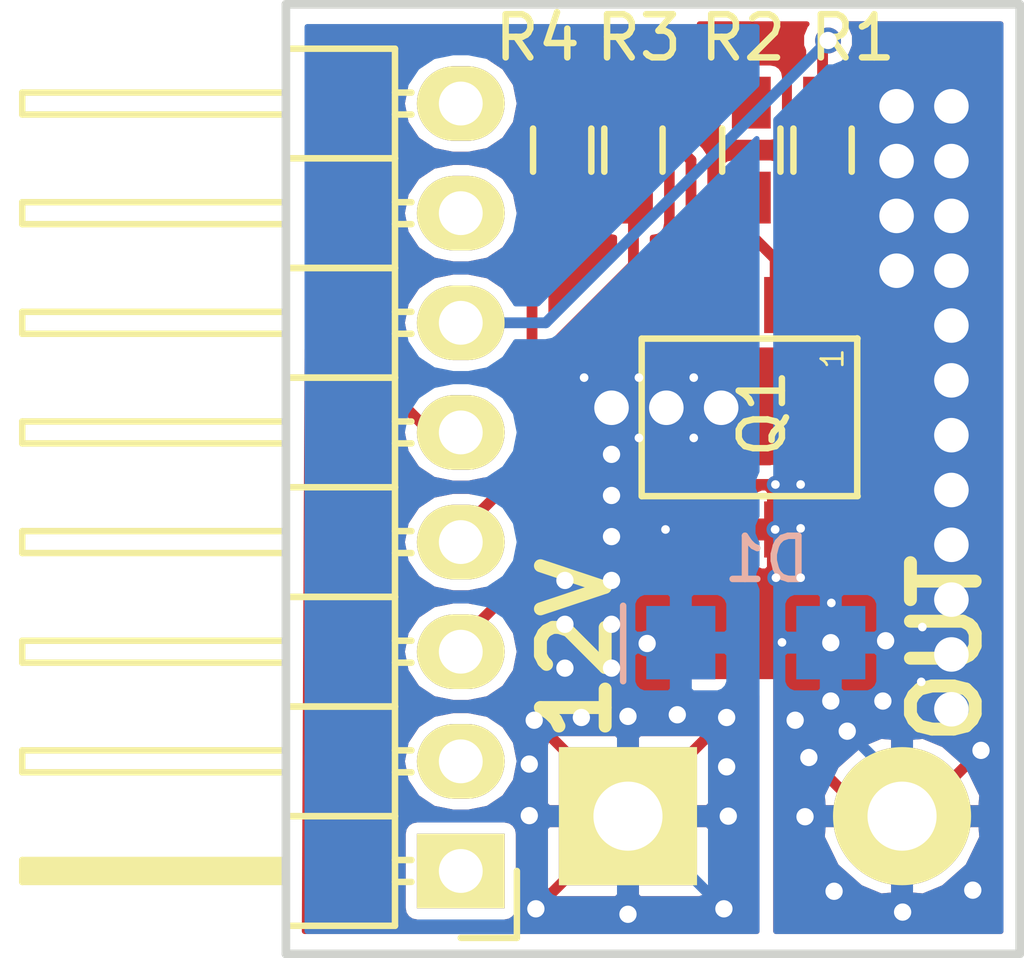
<source format=kicad_pcb>
(kicad_pcb (version 4) (host pcbnew "(2015-07-02 BZR 5871, Git 766da1e)-product")

  (general
    (links 14)
    (no_connects 0)
    (area 143.175999 97.2365 170.716334 130.769)
    (thickness 1.6)
    (drawings 6)
    (tracks 212)
    (zones 0)
    (modules 8)
    (nets 15)
  )

  (page A4)
  (layers
    (0 F.Cu signal)
    (31 B.Cu signal)
    (32 B.Adhes user)
    (33 F.Adhes user)
    (34 B.Paste user)
    (35 F.Paste user)
    (36 B.SilkS user)
    (37 F.SilkS user)
    (38 B.Mask user)
    (39 F.Mask user)
    (40 Dwgs.User user)
    (41 Cmts.User user)
    (42 Eco1.User user)
    (43 Eco2.User user)
    (44 Edge.Cuts user)
    (45 Margin user)
    (46 B.CrtYd user)
    (47 F.CrtYd user)
    (48 B.Fab user)
    (49 F.Fab user)
  )

  (setup
    (last_trace_width 0.25)
    (user_trace_width 0.3125)
    (user_trace_width 0.375)
    (user_trace_width 0.4375)
    (user_trace_width 0.5625)
    (user_trace_width 0.625)
    (user_trace_width 0.6875)
    (user_trace_width 0.75)
    (user_trace_width 0.8125)
    (user_trace_width 0.875)
    (user_trace_width 0.9375)
    (user_trace_width 1)
    (user_trace_width 1.6)
    (trace_clearance 0.2)
    (zone_clearance 0.254)
    (zone_45_only no)
    (trace_min 0.2)
    (segment_width 0.2)
    (edge_width 0.2)
    (via_size 0.6)
    (via_drill 0.4)
    (via_min_size 0.4)
    (via_min_drill 0.3)
    (user_via 0.4 0.2)
    (user_via 0.6 0.4)
    (user_via 0.8 0.6)
    (user_via 1 0.8)
    (uvia_size 0.3)
    (uvia_drill 0.1)
    (uvias_allowed no)
    (uvia_min_size 0.2)
    (uvia_min_drill 0.1)
    (pcb_text_width 0.3)
    (pcb_text_size 1.5 1.5)
    (mod_edge_width 0.15)
    (mod_text_size 1 1)
    (mod_text_width 0.15)
    (pad_size 1.5 1.5)
    (pad_drill 0.6)
    (pad_to_mask_clearance 0)
    (aux_axis_origin 0 0)
    (visible_elements 7FFFFFFF)
    (pcbplotparams
      (layerselection 0x010f0_80000001)
      (usegerberextensions true)
      (excludeedgelayer true)
      (linewidth 0.100000)
      (plotframeref false)
      (viasonmask false)
      (mode 1)
      (useauxorigin false)
      (hpglpennumber 1)
      (hpglpenspeed 20)
      (hpglpendiameter 15)
      (hpglpenoverlay 2)
      (psnegative false)
      (psa4output false)
      (plotreference true)
      (plotvalue true)
      (plotinvisibletext false)
      (padsonsilk true)
      (subtractmaskfromsilk false)
      (outputformat 1)
      (mirror false)
      (drillshape 0)
      (scaleselection 1)
      (outputdirectory Gerbers/))
  )

  (net 0 "")
  (net 1 "Net-(D1-Pad2)")
  (net 2 +12V)
  (net 3 "Net-(P1-Pad1)")
  (net 4 "Net-(P1-Pad2)")
  (net 5 GND)
  (net 6 "Net-(P1-Pad7)")
  (net 7 "Net-(Q1-Pad1)")
  (net 8 "Net-(Q1-Pad2)")
  (net 9 "Net-(Q1-Pad3)")
  (net 10 "Net-(Q1-Pad4)")
  (net 11 "Net-(P1-Pad4)")
  (net 12 "Net-(P1-Pad5)")
  (net 13 "Net-(P1-Pad8)")
  (net 14 +5V)

  (net_class Default "This is the default net class."
    (clearance 0.2)
    (trace_width 0.25)
    (via_dia 0.6)
    (via_drill 0.4)
    (uvia_dia 0.3)
    (uvia_drill 0.1)
    (add_net +12V)
    (add_net +5V)
    (add_net GND)
    (add_net "Net-(D1-Pad2)")
    (add_net "Net-(P1-Pad1)")
    (add_net "Net-(P1-Pad2)")
    (add_net "Net-(P1-Pad4)")
    (add_net "Net-(P1-Pad5)")
    (add_net "Net-(P1-Pad7)")
    (add_net "Net-(P1-Pad8)")
    (add_net "Net-(Q1-Pad1)")
    (add_net "Net-(Q1-Pad2)")
    (add_net "Net-(Q1-Pad3)")
    (add_net "Net-(Q1-Pad4)")
  )

  (module VN750PS_E_Vertical:VN750PS-E (layer F.Cu) (tedit 55A9404C) (tstamp 55A7DC0D)
    (at 160.655 109.6645 270)
    (path /55A7C4D6)
    (fp_text reference Q1 (at -0.1905 -0.381 270) (layer F.SilkS)
      (effects (font (size 1 1) (thickness 0.15)))
    )
    (fp_text value VN750PS_E (at -1.778 -3.683 270) (layer F.Fab)
      (effects (font (size 1 1) (thickness 0.15)))
    )
    (fp_text user 1 (at -1.45542 -2.0066 270) (layer F.SilkS)
      (effects (font (size 0.5 0.5) (thickness 0.0625)))
    )
    (fp_line (start -1.92532 -2.58064) (end 1.72468 -2.58064) (layer F.SilkS) (width 0.15))
    (fp_line (start 1.72974 -2.5908) (end 1.72974 2.4092) (layer F.SilkS) (width 0.15))
    (fp_line (start -1.92024 2.413) (end 1.72976 2.413) (layer F.SilkS) (width 0.15))
    (fp_line (start -1.92024 -2.58826) (end -1.92024 2.41174) (layer F.SilkS) (width 0.15))
    (pad 1 smd rect (at -2.69772 -1.9491 180) (size 0.51 1.3) (layers F.Cu F.Paste F.Mask)
      (net 7 "Net-(Q1-Pad1)"))
    (pad 2 smd rect (at -2.69772 -0.6791 180) (size 0.51 1.3) (layers F.Cu F.Paste F.Mask)
      (net 8 "Net-(Q1-Pad2)"))
    (pad 3 smd rect (at -2.69772 0.5909 180) (size 0.51 1.3) (layers F.Cu F.Paste F.Mask)
      (net 9 "Net-(Q1-Pad3)"))
    (pad 4 smd rect (at -2.69772 1.8609 180) (size 0.51 1.3) (layers F.Cu F.Paste F.Mask)
      (net 10 "Net-(Q1-Pad4)"))
    (pad 5 smd rect (at 2.50228 1.8609 180) (size 0.51 1.3) (layers F.Cu F.Paste F.Mask)
      (net 2 +12V))
    (pad 6 smd rect (at 2.50228 0.5909 180) (size 0.51 1.3) (layers F.Cu F.Paste F.Mask)
      (net 1 "Net-(D1-Pad2)"))
    (pad 7 smd rect (at 2.50228 -0.6791 180) (size 0.51 1.3) (layers F.Cu F.Paste F.Mask)
      (net 1 "Net-(D1-Pad2)"))
    (pad 8 smd rect (at 2.50228 -1.9491 180) (size 0.51 1.3) (layers F.Cu F.Paste F.Mask)
      (net 2 +12V))
  )

  (module VN750PS_E_Vertical:US1GHE3 (layer B.Cu) (tedit 55A7DD5A) (tstamp 55A7DD9E)
    (at 160.8455 114.808)
    (path /55A7C862)
    (fp_text reference D1 (at 0.28956 -1.95072) (layer B.SilkS)
      (effects (font (size 1 1) (thickness 0.15)) (justify mirror))
    )
    (fp_text value D (at 0.1524 2.37744) (layer B.Fab) hide
      (effects (font (size 1 1) (thickness 0.15)) (justify mirror))
    )
    (fp_line (start -3.03276 0.87376) (end -3.03276 -0.87376) (layer B.SilkS) (width 0.15))
    (pad 2 smd rect (at 1.778 -0.01868) (size 1.6 1.7) (layers B.Cu B.Paste B.Mask)
      (net 1 "Net-(D1-Pad2)"))
    (pad 1 smd rect (at -1.69662 -0.01868) (size 1.6 1.7) (layers B.Cu B.Paste B.Mask)
      (net 2 +12V))
  )

  (module Resistors_SMD:R_0603_HandSoldering (layer F.Cu) (tedit 55A9402F) (tstamp 55A7E046)
    (at 162.433 103.378 270)
    (descr "Resistor SMD 0603, hand soldering")
    (tags "resistor 0603")
    (path /55A7C95A)
    (attr smd)
    (fp_text reference R1 (at -2.6035 -0.6985 360) (layer F.SilkS)
      (effects (font (size 1 1) (thickness 0.15)))
    )
    (fp_text value 130 (at -4.953 -0.0635 270) (layer F.Fab) hide
      (effects (font (size 1 1) (thickness 0.15)))
    )
    (fp_line (start -2 -0.8) (end 2 -0.8) (layer F.CrtYd) (width 0.05))
    (fp_line (start -2 0.8) (end 2 0.8) (layer F.CrtYd) (width 0.05))
    (fp_line (start -2 -0.8) (end -2 0.8) (layer F.CrtYd) (width 0.05))
    (fp_line (start 2 -0.8) (end 2 0.8) (layer F.CrtYd) (width 0.05))
    (fp_line (start 0.5 0.675) (end -0.5 0.675) (layer F.SilkS) (width 0.15))
    (fp_line (start -0.5 -0.675) (end 0.5 -0.675) (layer F.SilkS) (width 0.15))
    (pad 1 smd rect (at -1.1 0 270) (size 1.2 0.9) (layers F.Cu F.Paste F.Mask)
      (net 5 GND))
    (pad 2 smd rect (at 1.1 0 270) (size 1.2 0.9) (layers F.Cu F.Paste F.Mask)
      (net 7 "Net-(Q1-Pad1)"))
    (model Resistors_SMD.3dshapes/R_0603_HandSoldering.wrl
      (at (xyz 0 0 0))
      (scale (xyz 1 1 1))
      (rotate (xyz 0 0 0))
    )
  )

  (module Resistors_SMD:R_0603_HandSoldering (layer F.Cu) (tedit 55A9402D) (tstamp 55A7E04C)
    (at 160.782 103.378 270)
    (descr "Resistor SMD 0603, hand soldering")
    (tags "resistor 0603")
    (path /55A7C9E2)
    (attr smd)
    (fp_text reference R2 (at -2.6035 0.1905 360) (layer F.SilkS)
      (effects (font (size 1 1) (thickness 0.15)))
    )
    (fp_text value 10k (at -4.8895 0.0635 270) (layer F.Fab) hide
      (effects (font (size 1 1) (thickness 0.15)))
    )
    (fp_line (start -2 -0.8) (end 2 -0.8) (layer F.CrtYd) (width 0.05))
    (fp_line (start -2 0.8) (end 2 0.8) (layer F.CrtYd) (width 0.05))
    (fp_line (start -2 -0.8) (end -2 0.8) (layer F.CrtYd) (width 0.05))
    (fp_line (start 2 -0.8) (end 2 0.8) (layer F.CrtYd) (width 0.05))
    (fp_line (start 0.5 0.675) (end -0.5 0.675) (layer F.SilkS) (width 0.15))
    (fp_line (start -0.5 -0.675) (end 0.5 -0.675) (layer F.SilkS) (width 0.15))
    (pad 1 smd rect (at -1.1 0 270) (size 1.2 0.9) (layers F.Cu F.Paste F.Mask)
      (net 12 "Net-(P1-Pad5)"))
    (pad 2 smd rect (at 1.1 0 270) (size 1.2 0.9) (layers F.Cu F.Paste F.Mask)
      (net 8 "Net-(Q1-Pad2)"))
    (model Resistors_SMD.3dshapes/R_0603_HandSoldering.wrl
      (at (xyz 0 0 0))
      (scale (xyz 1 1 1))
      (rotate (xyz 0 0 0))
    )
  )

  (module Pin_Headers:Pin_Header_Angled_1x08 (layer F.Cu) (tedit 55A80529) (tstamp 55A7E328)
    (at 154.051 120.0785 180)
    (descr "Through hole pin header")
    (tags "pin header")
    (path /55A7E2A2)
    (fp_text reference P1 (at 0 -5.1 180) (layer F.SilkS) hide
      (effects (font (size 1 1) (thickness 0.15)))
    )
    (fp_text value CONN_01X08 (at 0.254 -3.683 180) (layer F.Fab) hide
      (effects (font (size 1 1) (thickness 0.15)))
    )
    (fp_line (start -1.5 -1.75) (end -1.5 19.55) (layer F.CrtYd) (width 0.05))
    (fp_line (start 10.65 -1.75) (end 10.65 19.55) (layer F.CrtYd) (width 0.05))
    (fp_line (start -1.5 -1.75) (end 10.65 -1.75) (layer F.CrtYd) (width 0.05))
    (fp_line (start -1.5 19.55) (end 10.65 19.55) (layer F.CrtYd) (width 0.05))
    (fp_line (start -1.3 -1.55) (end -1.3 0) (layer F.SilkS) (width 0.15))
    (fp_line (start 0 -1.55) (end -1.3 -1.55) (layer F.SilkS) (width 0.15))
    (fp_line (start 4.191 -0.127) (end 10.033 -0.127) (layer F.SilkS) (width 0.15))
    (fp_line (start 10.033 -0.127) (end 10.033 0.127) (layer F.SilkS) (width 0.15))
    (fp_line (start 10.033 0.127) (end 4.191 0.127) (layer F.SilkS) (width 0.15))
    (fp_line (start 4.191 0.127) (end 4.191 0) (layer F.SilkS) (width 0.15))
    (fp_line (start 4.191 0) (end 10.033 0) (layer F.SilkS) (width 0.15))
    (fp_line (start 1.524 17.526) (end 1.143 17.526) (layer F.SilkS) (width 0.15))
    (fp_line (start 1.524 18.034) (end 1.143 18.034) (layer F.SilkS) (width 0.15))
    (fp_line (start 1.524 -0.254) (end 1.143 -0.254) (layer F.SilkS) (width 0.15))
    (fp_line (start 1.524 0.254) (end 1.143 0.254) (layer F.SilkS) (width 0.15))
    (fp_line (start 1.524 2.286) (end 1.143 2.286) (layer F.SilkS) (width 0.15))
    (fp_line (start 1.524 2.794) (end 1.143 2.794) (layer F.SilkS) (width 0.15))
    (fp_line (start 1.524 4.826) (end 1.143 4.826) (layer F.SilkS) (width 0.15))
    (fp_line (start 1.524 5.334) (end 1.143 5.334) (layer F.SilkS) (width 0.15))
    (fp_line (start 1.524 15.494) (end 1.143 15.494) (layer F.SilkS) (width 0.15))
    (fp_line (start 1.524 14.986) (end 1.143 14.986) (layer F.SilkS) (width 0.15))
    (fp_line (start 1.524 12.954) (end 1.143 12.954) (layer F.SilkS) (width 0.15))
    (fp_line (start 1.524 12.446) (end 1.143 12.446) (layer F.SilkS) (width 0.15))
    (fp_line (start 1.524 10.414) (end 1.143 10.414) (layer F.SilkS) (width 0.15))
    (fp_line (start 1.524 9.906) (end 1.143 9.906) (layer F.SilkS) (width 0.15))
    (fp_line (start 1.524 7.874) (end 1.143 7.874) (layer F.SilkS) (width 0.15))
    (fp_line (start 1.524 7.366) (end 1.143 7.366) (layer F.SilkS) (width 0.15))
    (fp_line (start 1.524 13.97) (end 4.064 13.97) (layer F.SilkS) (width 0.15))
    (fp_line (start 1.524 13.97) (end 1.524 16.51) (layer F.SilkS) (width 0.15))
    (fp_line (start 1.524 16.51) (end 4.064 16.51) (layer F.SilkS) (width 0.15))
    (fp_line (start 4.064 14.986) (end 10.16 14.986) (layer F.SilkS) (width 0.15))
    (fp_line (start 10.16 14.986) (end 10.16 15.494) (layer F.SilkS) (width 0.15))
    (fp_line (start 10.16 15.494) (end 4.064 15.494) (layer F.SilkS) (width 0.15))
    (fp_line (start 4.064 16.51) (end 4.064 13.97) (layer F.SilkS) (width 0.15))
    (fp_line (start 4.064 19.05) (end 4.064 16.51) (layer F.SilkS) (width 0.15))
    (fp_line (start 10.16 18.034) (end 4.064 18.034) (layer F.SilkS) (width 0.15))
    (fp_line (start 10.16 17.526) (end 10.16 18.034) (layer F.SilkS) (width 0.15))
    (fp_line (start 4.064 17.526) (end 10.16 17.526) (layer F.SilkS) (width 0.15))
    (fp_line (start 1.524 16.51) (end 1.524 19.05) (layer F.SilkS) (width 0.15))
    (fp_line (start 1.524 16.51) (end 4.064 16.51) (layer F.SilkS) (width 0.15))
    (fp_line (start 1.524 19.05) (end 4.064 19.05) (layer F.SilkS) (width 0.15))
    (fp_line (start 1.524 -1.27) (end 4.064 -1.27) (layer F.SilkS) (width 0.15))
    (fp_line (start 1.524 1.27) (end 4.064 1.27) (layer F.SilkS) (width 0.15))
    (fp_line (start 1.524 1.27) (end 1.524 3.81) (layer F.SilkS) (width 0.15))
    (fp_line (start 1.524 3.81) (end 4.064 3.81) (layer F.SilkS) (width 0.15))
    (fp_line (start 4.064 2.286) (end 10.16 2.286) (layer F.SilkS) (width 0.15))
    (fp_line (start 10.16 2.286) (end 10.16 2.794) (layer F.SilkS) (width 0.15))
    (fp_line (start 10.16 2.794) (end 4.064 2.794) (layer F.SilkS) (width 0.15))
    (fp_line (start 4.064 3.81) (end 4.064 1.27) (layer F.SilkS) (width 0.15))
    (fp_line (start 4.064 1.27) (end 4.064 -1.27) (layer F.SilkS) (width 0.15))
    (fp_line (start 10.16 0.254) (end 4.064 0.254) (layer F.SilkS) (width 0.15))
    (fp_line (start 10.16 -0.254) (end 10.16 0.254) (layer F.SilkS) (width 0.15))
    (fp_line (start 4.064 -0.254) (end 10.16 -0.254) (layer F.SilkS) (width 0.15))
    (fp_line (start 1.524 1.27) (end 4.064 1.27) (layer F.SilkS) (width 0.15))
    (fp_line (start 1.524 -1.27) (end 1.524 1.27) (layer F.SilkS) (width 0.15))
    (fp_line (start 1.524 8.89) (end 4.064 8.89) (layer F.SilkS) (width 0.15))
    (fp_line (start 1.524 8.89) (end 1.524 11.43) (layer F.SilkS) (width 0.15))
    (fp_line (start 1.524 11.43) (end 4.064 11.43) (layer F.SilkS) (width 0.15))
    (fp_line (start 4.064 9.906) (end 10.16 9.906) (layer F.SilkS) (width 0.15))
    (fp_line (start 10.16 9.906) (end 10.16 10.414) (layer F.SilkS) (width 0.15))
    (fp_line (start 10.16 10.414) (end 4.064 10.414) (layer F.SilkS) (width 0.15))
    (fp_line (start 4.064 11.43) (end 4.064 8.89) (layer F.SilkS) (width 0.15))
    (fp_line (start 4.064 13.97) (end 4.064 11.43) (layer F.SilkS) (width 0.15))
    (fp_line (start 10.16 12.954) (end 4.064 12.954) (layer F.SilkS) (width 0.15))
    (fp_line (start 10.16 12.446) (end 10.16 12.954) (layer F.SilkS) (width 0.15))
    (fp_line (start 4.064 12.446) (end 10.16 12.446) (layer F.SilkS) (width 0.15))
    (fp_line (start 1.524 13.97) (end 4.064 13.97) (layer F.SilkS) (width 0.15))
    (fp_line (start 1.524 11.43) (end 1.524 13.97) (layer F.SilkS) (width 0.15))
    (fp_line (start 1.524 11.43) (end 4.064 11.43) (layer F.SilkS) (width 0.15))
    (fp_line (start 1.524 6.35) (end 4.064 6.35) (layer F.SilkS) (width 0.15))
    (fp_line (start 1.524 6.35) (end 1.524 8.89) (layer F.SilkS) (width 0.15))
    (fp_line (start 1.524 8.89) (end 4.064 8.89) (layer F.SilkS) (width 0.15))
    (fp_line (start 4.064 7.366) (end 10.16 7.366) (layer F.SilkS) (width 0.15))
    (fp_line (start 10.16 7.366) (end 10.16 7.874) (layer F.SilkS) (width 0.15))
    (fp_line (start 10.16 7.874) (end 4.064 7.874) (layer F.SilkS) (width 0.15))
    (fp_line (start 4.064 8.89) (end 4.064 6.35) (layer F.SilkS) (width 0.15))
    (fp_line (start 4.064 6.35) (end 4.064 3.81) (layer F.SilkS) (width 0.15))
    (fp_line (start 10.16 5.334) (end 4.064 5.334) (layer F.SilkS) (width 0.15))
    (fp_line (start 10.16 4.826) (end 10.16 5.334) (layer F.SilkS) (width 0.15))
    (fp_line (start 4.064 4.826) (end 10.16 4.826) (layer F.SilkS) (width 0.15))
    (fp_line (start 1.524 6.35) (end 4.064 6.35) (layer F.SilkS) (width 0.15))
    (fp_line (start 1.524 3.81) (end 1.524 6.35) (layer F.SilkS) (width 0.15))
    (fp_line (start 1.524 3.81) (end 4.064 3.81) (layer F.SilkS) (width 0.15))
    (pad 1 thru_hole rect (at 0 0 180) (size 2.032 1.7272) (drill 1.016) (layers *.Cu *.Mask F.SilkS)
      (net 3 "Net-(P1-Pad1)"))
    (pad 2 thru_hole oval (at 0 2.54 180) (size 2.032 1.7272) (drill 1.016) (layers *.Cu *.Mask F.SilkS)
      (net 4 "Net-(P1-Pad2)"))
    (pad 3 thru_hole oval (at 0 5.08 180) (size 2.032 1.7272) (drill 1.016) (layers *.Cu *.Mask F.SilkS)
      (net 14 +5V))
    (pad 4 thru_hole oval (at 0 7.62 180) (size 2.032 1.7272) (drill 1.016) (layers *.Cu *.Mask F.SilkS)
      (net 11 "Net-(P1-Pad4)"))
    (pad 5 thru_hole oval (at 0 10.16 180) (size 2.032 1.7272) (drill 1.016) (layers *.Cu *.Mask F.SilkS)
      (net 12 "Net-(P1-Pad5)"))
    (pad 6 thru_hole oval (at 0 12.7 180) (size 2.032 1.7272) (drill 1.016) (layers *.Cu *.Mask F.SilkS)
      (net 5 GND))
    (pad 7 thru_hole oval (at 0 15.24 180) (size 2.032 1.7272) (drill 1.016) (layers *.Cu *.Mask F.SilkS)
      (net 6 "Net-(P1-Pad7)"))
    (pad 8 thru_hole oval (at 0 17.78 180) (size 2.032 1.7272) (drill 1.016) (layers *.Cu *.Mask F.SilkS)
      (net 13 "Net-(P1-Pad8)"))
    (model Pin_Headers.3dshapes/Pin_Header_Angled_1x08.wrl
      (at (xyz 0 -0.35 0))
      (scale (xyz 1 1 1))
      (rotate (xyz 0 0 90))
    )
  )

  (module Resistors_SMD:R_0603_HandSoldering (layer F.Cu) (tedit 55A94039) (tstamp 55A7F5AC)
    (at 156.4005 103.378 90)
    (descr "Resistor SMD 0603, hand soldering")
    (tags "resistor 0603")
    (path /55A7CA15)
    (attr smd)
    (fp_text reference R3 (at 2.6035 1.778 180) (layer F.SilkS)
      (effects (font (size 1 1) (thickness 0.15)))
    )
    (fp_text value 10k (at 5.0165 -0.1905 90) (layer F.Fab) hide
      (effects (font (size 1 1) (thickness 0.15)))
    )
    (fp_line (start -2 -0.8) (end 2 -0.8) (layer F.CrtYd) (width 0.05))
    (fp_line (start -2 0.8) (end 2 0.8) (layer F.CrtYd) (width 0.05))
    (fp_line (start -2 -0.8) (end -2 0.8) (layer F.CrtYd) (width 0.05))
    (fp_line (start 2 -0.8) (end 2 0.8) (layer F.CrtYd) (width 0.05))
    (fp_line (start 0.5 0.675) (end -0.5 0.675) (layer F.SilkS) (width 0.15))
    (fp_line (start -0.5 -0.675) (end 0.5 -0.675) (layer F.SilkS) (width 0.15))
    (pad 1 smd rect (at -1.1 0 90) (size 1.2 0.9) (layers F.Cu F.Paste F.Mask)
      (net 11 "Net-(P1-Pad4)"))
    (pad 2 smd rect (at 1.1 0 90) (size 1.2 0.9) (layers F.Cu F.Paste F.Mask)
      (net 9 "Net-(Q1-Pad3)"))
    (model Resistors_SMD.3dshapes/R_0603_HandSoldering.wrl
      (at (xyz 0 0 0))
      (scale (xyz 1 1 1))
      (rotate (xyz 0 0 0))
    )
  )

  (module Resistors_SMD:R_0603_HandSoldering (layer F.Cu) (tedit 55A94021) (tstamp 55A7F5B2)
    (at 158.0515 103.378 90)
    (descr "Resistor SMD 0603, hand soldering")
    (tags "resistor 0603")
    (path /55A7CA70)
    (attr smd)
    (fp_text reference R4 (at 2.6035 -2.2225 180) (layer F.SilkS)
      (effects (font (size 1 1) (thickness 0.15)))
    )
    (fp_text value 10k (at 5.0165 0.254 90) (layer F.Fab) hide
      (effects (font (size 1 1) (thickness 0.15)))
    )
    (fp_line (start -2 -0.8) (end 2 -0.8) (layer F.CrtYd) (width 0.05))
    (fp_line (start -2 0.8) (end 2 0.8) (layer F.CrtYd) (width 0.05))
    (fp_line (start -2 -0.8) (end -2 0.8) (layer F.CrtYd) (width 0.05))
    (fp_line (start 2 -0.8) (end 2 0.8) (layer F.CrtYd) (width 0.05))
    (fp_line (start 0.5 0.675) (end -0.5 0.675) (layer F.SilkS) (width 0.15))
    (fp_line (start -0.5 -0.675) (end 0.5 -0.675) (layer F.SilkS) (width 0.15))
    (pad 1 smd rect (at -1.1 0 90) (size 1.2 0.9) (layers F.Cu F.Paste F.Mask)
      (net 14 +5V))
    (pad 2 smd rect (at 1.1 0 90) (size 1.2 0.9) (layers F.Cu F.Paste F.Mask)
      (net 9 "Net-(Q1-Pad3)"))
    (model Resistors_SMD.3dshapes/R_0603_HandSoldering.wrl
      (at (xyz 0 0 0))
      (scale (xyz 1 1 1))
      (rotate (xyz 0 0 0))
    )
  )

  (module VN750PS_E_Vertical:Pin_Header_Straight_25x02 (layer F.Cu) (tedit 55A931A2) (tstamp 55A9325D)
    (at 157.9245 118.8085 90)
    (descr "Through hole pin header")
    (tags "pin header")
    (path /55A7CFB7)
    (fp_text reference P2 (at -10.9855 5.334 90) (layer F.SilkS) hide
      (effects (font (size 1 1) (thickness 0.15)))
    )
    (fp_text value CONN_01X02 (at -8.382 7.6835 90) (layer F.Fab) hide
      (effects (font (size 1 1) (thickness 0.15)))
    )
    (pad 1 thru_hole rect (at 0 0 90) (size 3.2 3.2) (drill 1.6) (layers *.Cu *.Mask F.SilkS)
      (net 2 +12V))
    (pad 2 thru_hole oval (at 0 6.35 90) (size 3.2 3.2) (drill 1.6) (layers *.Cu *.Mask F.SilkS)
      (net 1 "Net-(D1-Pad2)"))
    (model Pin_Headers.3dshapes/Pin_Header_Straight_1x02.wrl
      (at (xyz 0 -0.05 0))
      (scale (xyz 1 1 1))
      (rotate (xyz 0 0 90))
    )
  )

  (gr_text OUT (at 165.2905 114.935 90) (layer F.SilkS)
    (effects (font (size 1.5 1.5) (thickness 0.3)))
  )
  (gr_text 12V (at 156.718 114.935 90) (layer F.SilkS)
    (effects (font (size 1.5 1.5) (thickness 0.3)))
  )
  (gr_line (start 167 122) (end 167 100) (angle 90) (layer Edge.Cuts) (width 0.2) (tstamp 55A7DF94))
  (gr_line (start 150 122) (end 167 122) (angle 90) (layer Edge.Cuts) (width 0.2) (tstamp 55A7DF71))
  (gr_line (start 150 100) (end 167 100) (angle 90) (layer Edge.Cuts) (width 0.2))
  (gr_line (start 150 122) (end 150 100) (angle 90) (layer Edge.Cuts) (width 0.2))

  (segment (start 162.6235 116.1415) (end 162.2425 116.1415) (width 0.25) (layer F.Cu) (net 1))
  (via (at 161.798 116.586) (size 0.6) (drill 0.4) (layers F.Cu B.Cu) (net 1))
  (segment (start 162.2425 116.1415) (end 161.798 116.586) (width 0.25) (layer F.Cu) (net 1) (tstamp 55A94DDB))
  (segment (start 164.2745 118.8085) (end 164.2745 118.11) (width 0.25) (layer B.Cu) (net 1))
  (segment (start 164.2745 118.11) (end 163.0045 116.84) (width 0.25) (layer B.Cu) (net 1) (tstamp 55A94DD1))
  (via (at 163.0045 116.84) (size 0.6) (drill 0.4) (layers F.Cu B.Cu) (net 1))
  (via (at 163.83 116.1415) (size 0.6) (drill 0.4) (layers F.Cu B.Cu) (net 1))
  (segment (start 162.6235 114.78932) (end 162.6235 116.1415) (width 0.25) (layer B.Cu) (net 1))
  (via (at 162.6235 116.1415) (size 0.6) (drill 0.4) (layers F.Cu B.Cu) (net 1))
  (segment (start 163.83 116.1415) (end 162.6235 116.1415) (width 0.25) (layer F.Cu) (net 1))
  (via (at 165.4175 115.062) (size 1) (drill 0.8) (layers F.Cu B.Cu) (net 1))
  (segment (start 165.4175 115.062) (end 165.4175 113.792) (width 0.25) (layer F.Cu) (net 1))
  (via (at 165.4175 113.792) (size 1) (drill 0.8) (layers F.Cu B.Cu) (net 1))
  (via (at 165.4175 116.332) (size 1) (drill 0.8) (layers F.Cu B.Cu) (net 1))
  (segment (start 165.4175 116.332) (end 165.4175 115.062) (width 0.25) (layer F.Cu) (net 1))
  (via (at 164.719 115.697) (size 0.4) (drill 0.2) (layers F.Cu B.Cu) (net 1))
  (segment (start 165.4048 115.697) (end 164.719 115.697) (width 0.25) (layer F.Cu) (net 1) (tstamp 55A947C9))
  (segment (start 165.4175 115.6843) (end 165.4048 115.697) (width 0.25) (layer F.Cu) (net 1) (tstamp 55A947C4))
  (segment (start 165.4175 115.6843) (end 165.4175 115.062) (width 0.25) (layer F.Cu) (net 1))
  (segment (start 165.4175 113.792) (end 165.4175 114.0587) (width 0.25) (layer F.Cu) (net 1))
  (segment (start 165.4175 114.0587) (end 165.0492 114.427) (width 0.25) (layer F.Cu) (net 1) (tstamp 55A94798))
  (segment (start 165.0492 114.427) (end 164.7444 114.427) (width 0.25) (layer F.Cu) (net 1) (tstamp 55A947A5))
  (via (at 164.7444 114.427) (size 0.4) (drill 0.2) (layers F.Cu B.Cu) (net 1))
  (segment (start 162.6235 114.78932) (end 163.84868 114.78932) (width 0.25) (layer F.Cu) (net 1))
  (via (at 163.8935 114.7445) (size 0.6) (drill 0.4) (layers F.Cu B.Cu) (net 1))
  (segment (start 163.84868 114.78932) (end 163.8935 114.7445) (width 0.25) (layer F.Cu) (net 1) (tstamp 55A94D9A))
  (via (at 162.6235 114.78932) (size 0.6) (drill 0.4) (layers F.Cu B.Cu) (net 1))
  (segment (start 162.6235 114.78932) (end 162.6235 114.808) (width 0.25) (layer F.Cu) (net 1) (tstamp 55A94C2F))
  (segment (start 164.2745 118.8085) (end 164.5793 118.8085) (width 0.25) (layer F.Cu) (net 1))
  (segment (start 164.5793 118.8085) (end 166.1033 117.2845) (width 0.25) (layer F.Cu) (net 1) (tstamp 55A94B72))
  (via (at 166.1033 117.2845) (size 0.6) (drill 0.4) (layers F.Cu B.Cu) (net 1))
  (segment (start 164.2872 121.031) (end 165.4048 121.031) (width 0.25) (layer B.Cu) (net 1))
  (via (at 165.9128 120.523) (size 0.6) (drill 0.4) (layers F.Cu B.Cu) (net 1))
  (segment (start 165.4048 121.031) (end 165.9128 120.523) (width 0.25) (layer B.Cu) (net 1) (tstamp 55A94B66))
  (segment (start 164.2872 121.031) (end 163.1823 121.031) (width 0.25) (layer F.Cu) (net 1))
  (segment (start 164.2745 121.0183) (end 164.2872 121.031) (width 0.25) (layer B.Cu) (net 1) (tstamp 55A94B4C))
  (via (at 164.2872 121.031) (size 0.6) (drill 0.4) (layers F.Cu B.Cu) (net 1))
  (segment (start 164.2745 118.8085) (end 164.2745 121.0183) (width 0.25) (layer B.Cu) (net 1))
  (via (at 162.6997 120.5484) (size 0.6) (drill 0.4) (layers F.Cu B.Cu) (net 1))
  (segment (start 163.1823 121.031) (end 162.6997 120.5484) (width 0.25) (layer F.Cu) (net 1) (tstamp 55A94B5B))
  (segment (start 164.2745 118.8085) (end 163.4744 118.8085) (width 0.25) (layer F.Cu) (net 1))
  (segment (start 163.4744 118.8085) (end 162.1155 117.4496) (width 0.25) (layer F.Cu) (net 1) (tstamp 55A94B17))
  (via (at 162.0266 118.8212) (size 0.6) (drill 0.4) (layers F.Cu B.Cu) (net 1))
  (segment (start 162.0266 117.5385) (end 162.0266 118.8212) (width 0.25) (layer B.Cu) (net 1) (tstamp 55A94B29))
  (segment (start 162.1155 117.4496) (end 162.0266 117.5385) (width 0.25) (layer B.Cu) (net 1) (tstamp 55A94B28))
  (via (at 162.1155 117.4496) (size 0.6) (drill 0.4) (layers F.Cu B.Cu) (net 1))
  (segment (start 162.6235 114.78932) (end 161.49992 114.78932) (width 0.25) (layer B.Cu) (net 1))
  (via (at 161.4932 114.7826) (size 0.4) (drill 0.2) (layers F.Cu B.Cu) (net 1))
  (segment (start 161.49992 114.78932) (end 161.4932 114.7826) (width 0.25) (layer B.Cu) (net 1) (tstamp 55A949D0))
  (segment (start 162.6235 114.808) (end 162.6235 113.8809) (width 0.25) (layer F.Cu) (net 1))
  (segment (start 162.6235 113.8809) (end 162.6362 113.8682) (width 0.25) (layer F.Cu) (net 1) (tstamp 55A949C4))
  (via (at 162.6362 113.8682) (size 0.4) (drill 0.2) (layers F.Cu B.Cu) (net 1))
  (segment (start 161.3408 111.125) (end 161.925 111.125) (width 0.25) (layer F.Cu) (net 1))
  (via (at 161.925 111.125) (size 0.4) (drill 0.2) (layers F.Cu B.Cu) (net 1))
  (segment (start 161.925 111.125) (end 161.925 112.141) (width 0.25) (layer F.Cu) (net 1))
  (via (at 161.925 112.141) (size 0.4) (drill 0.2) (layers F.Cu B.Cu) (net 1))
  (via (at 161.3408 111.125) (size 0.4) (drill 0.2) (layers F.Cu B.Cu) (net 1))
  (segment (start 161.3341 112.16678) (end 161.3341 113.2646) (width 0.25) (layer F.Cu) (net 1))
  (via (at 161.3535 113.284) (size 0.4) (drill 0.2) (layers F.Cu B.Cu) (net 1))
  (segment (start 161.3341 113.2646) (end 161.3535 113.284) (width 0.25) (layer F.Cu) (net 1) (tstamp 55A94730))
  (via (at 161.925 113.284) (size 0.4) (drill 0.2) (layers F.Cu B.Cu) (net 1))
  (segment (start 161.925 113.284) (end 161.925 112.141) (width 0.25) (layer F.Cu) (net 1))
  (segment (start 161.89922 112.16678) (end 161.925 112.141) (width 0.25) (layer F.Cu) (net 1) (tstamp 55A946CC))
  (segment (start 161.89922 112.16678) (end 161.3341 112.16678) (width 0.25) (layer F.Cu) (net 1))
  (via (at 161.3341 112.16678) (size 0.4) (drill 0.2) (layers F.Cu B.Cu) (net 1))
  (segment (start 161.29 112.141) (end 161.30832 112.141) (width 0.25) (layer B.Cu) (net 1) (tstamp 55A945FA))
  (segment (start 161.30832 112.141) (end 161.3341 112.16678) (width 0.25) (layer B.Cu) (net 1) (tstamp 55A945F9))
  (segment (start 165.4175 113.792) (end 165.4175 112.522) (width 0.25) (layer F.Cu) (net 1))
  (via (at 165.4175 112.522) (size 1) (drill 0.8) (layers F.Cu B.Cu) (net 1))
  (segment (start 164.1475 102.362) (end 165.4175 102.362) (width 0.25) (layer F.Cu) (net 1))
  (via (at 165.4175 102.362) (size 1) (drill 0.8) (layers F.Cu B.Cu) (net 1))
  (via (at 165.4175 103.632) (size 1) (drill 0.8) (layers F.Cu B.Cu) (net 1))
  (segment (start 165.4175 102.362) (end 165.4175 103.632) (width 0.25) (layer F.Cu) (net 1))
  (via (at 164.1475 102.362) (size 1) (drill 0.8) (layers F.Cu B.Cu) (net 1))
  (segment (start 164.1475 103.632) (end 165.4175 103.632) (width 0.25) (layer F.Cu) (net 1))
  (segment (start 165.4175 103.632) (end 165.4175 104.902) (width 0.25) (layer F.Cu) (net 1))
  (via (at 165.4175 104.902) (size 1) (drill 0.8) (layers F.Cu B.Cu) (net 1))
  (via (at 164.1475 103.632) (size 1) (drill 0.8) (layers F.Cu B.Cu) (net 1))
  (segment (start 165.4175 104.902) (end 164.1475 104.902) (width 0.25) (layer F.Cu) (net 1))
  (via (at 164.1475 104.902) (size 1) (drill 0.8) (layers F.Cu B.Cu) (net 1))
  (segment (start 165.4175 106.172) (end 164.1475 106.172) (width 0.25) (layer F.Cu) (net 1))
  (via (at 165.4175 106.172) (size 1) (drill 0.8) (layers F.Cu B.Cu) (net 1))
  (via (at 164.1475 106.172) (size 1) (drill 0.8) (layers F.Cu B.Cu) (net 1))
  (segment (start 165.4175 106.172) (end 165.4175 107.442) (width 0.25) (layer F.Cu) (net 1))
  (via (at 165.4175 107.442) (size 1) (drill 0.8) (layers F.Cu B.Cu) (net 1))
  (segment (start 165.4175 108.712) (end 165.4175 109.982) (width 0.25) (layer F.Cu) (net 1))
  (via (at 165.4175 109.982) (size 1) (drill 0.8) (layers F.Cu B.Cu) (net 1))
  (segment (start 165.4175 111.252) (end 165.4175 112.522) (width 0.25) (layer F.Cu) (net 1))
  (segment (start 164.2745 115.5065) (end 165.4175 114.3635) (width 0.25) (layer F.Cu) (net 1) (tstamp 55A9437D))
  (segment (start 164.2745 115.5065) (end 164.2745 118.8085) (width 0.25) (layer F.Cu) (net 1))
  (segment (start 165.4175 114.3635) (end 165.4175 112.522) (width 0.25) (layer F.Cu) (net 1) (tstamp 55A94381))
  (via (at 165.4175 111.252) (size 1) (drill 0.8) (layers F.Cu B.Cu) (net 1))
  (segment (start 165.4175 109.982) (end 165.4175 111.252) (width 0.25) (layer F.Cu) (net 1))
  (via (at 165.4175 108.712) (size 1) (drill 0.8) (layers F.Cu B.Cu) (net 1))
  (segment (start 165.4175 107.442) (end 165.4175 108.712) (width 0.25) (layer F.Cu) (net 1))
  (segment (start 165.4175 104.902) (end 165.4175 106.172) (width 0.25) (layer F.Cu) (net 1))
  (segment (start 164.2745 118.8085) (end 164.211 118.8085) (width 0.25) (layer F.Cu) (net 1))
  (segment (start 155.6385 117.602) (end 155.6385 118.7958) (width 0.25) (layer B.Cu) (net 2))
  (segment (start 155.6512 118.8085) (end 155.6385 118.7958) (width 0.25) (layer B.Cu) (net 2) (tstamp 55A94BC8))
  (via (at 155.6385 118.7958) (size 0.6) (drill 0.4) (layers F.Cu B.Cu) (net 2))
  (segment (start 155.6512 118.8085) (end 157.9245 118.8085) (width 0.25) (layer B.Cu) (net 2))
  (via (at 155.6385 117.602) (size 0.6) (drill 0.4) (layers F.Cu B.Cu) (net 2))
  (segment (start 160.2486 118.8085) (end 160.2486 117.7036) (width 0.25) (layer F.Cu) (net 2))
  (segment (start 157.9245 118.8085) (end 160.2486 118.8085) (width 0.25) (layer F.Cu) (net 2))
  (via (at 160.2486 118.8085) (size 0.6) (drill 0.4) (layers F.Cu B.Cu) (net 2))
  (via (at 160.2105 117.6655) (size 0.6) (drill 0.4) (layers F.Cu B.Cu) (net 2))
  (segment (start 160.2486 117.7036) (end 160.2105 117.6655) (width 0.25) (layer F.Cu) (net 2) (tstamp 55A94DFC))
  (segment (start 157.9245 116.4971) (end 156.8704 116.4971) (width 0.25) (layer B.Cu) (net 2))
  (via (at 157.9245 116.4971) (size 0.6) (drill 0.4) (layers F.Cu B.Cu) (net 2))
  (via (at 156.845 116.5225) (size 0.6) (drill 0.4) (layers F.Cu B.Cu) (net 2))
  (segment (start 156.8704 116.4971) (end 156.845 116.5225) (width 0.25) (layer B.Cu) (net 2) (tstamp 55A94D45))
  (segment (start 157.9245 118.8085) (end 160.2105 116.5225) (width 0.25) (layer F.Cu) (net 2))
  (via (at 160.2105 116.5225) (size 0.6) (drill 0.4) (layers F.Cu B.Cu) (net 2))
  (segment (start 157.9245 116.4971) (end 159.0294 116.4971) (width 0.25) (layer B.Cu) (net 2))
  (segment (start 157.9245 118.8085) (end 157.9245 116.4971) (width 0.25) (layer B.Cu) (net 2))
  (via (at 159.0675 116.459) (size 0.6) (drill 0.4) (layers F.Cu B.Cu) (net 2))
  (segment (start 159.0294 116.4971) (end 159.0675 116.459) (width 0.25) (layer B.Cu) (net 2) (tstamp 55A94D1C))
  (segment (start 157.5435 114.3635) (end 157.9245 114.3635) (width 0.25) (layer F.Cu) (net 2))
  (segment (start 158.369 114.808) (end 158.38768 114.78932) (width 0.25) (layer B.Cu) (net 2) (tstamp 55A94D10))
  (via (at 158.369 114.808) (size 0.6) (drill 0.4) (layers F.Cu B.Cu) (net 2))
  (segment (start 157.9245 114.3635) (end 158.369 114.808) (width 0.25) (layer F.Cu) (net 2) (tstamp 55A94D0A))
  (segment (start 158.38768 114.78932) (end 159.14888 114.78932) (width 0.25) (layer B.Cu) (net 2) (tstamp 55A94D11))
  (segment (start 156.464 115.3795) (end 157.5435 115.3795) (width 0.25) (layer B.Cu) (net 2))
  (via (at 157.5435 115.3795) (size 0.6) (drill 0.4) (layers F.Cu B.Cu) (net 2))
  (segment (start 157.5435 115.3795) (end 157.5435 114.3635) (width 0.25) (layer F.Cu) (net 2))
  (via (at 156.464 115.3795) (size 0.6) (drill 0.4) (layers F.Cu B.Cu) (net 2))
  (segment (start 156.464 113.3475) (end 156.464 114.3635) (width 0.25) (layer F.Cu) (net 2))
  (via (at 156.464 114.3635) (size 0.6) (drill 0.4) (layers F.Cu B.Cu) (net 2))
  (segment (start 156.464 114.3635) (end 157.5435 114.3635) (width 0.25) (layer F.Cu) (net 2))
  (via (at 156.464 113.3475) (size 0.6) (drill 0.4) (layers F.Cu B.Cu) (net 2))
  (segment (start 157.5435 113.3475) (end 157.5435 114.3635) (width 0.25) (layer B.Cu) (net 2))
  (via (at 157.5435 114.3635) (size 0.6) (drill 0.4) (layers F.Cu B.Cu) (net 2))
  (segment (start 157.9245 118.8085) (end 157.9245 118.8212) (width 0.25) (layer F.Cu) (net 2))
  (segment (start 157.9245 118.8212) (end 155.7909 120.9548) (width 0.25) (layer F.Cu) (net 2) (tstamp 55A94C07))
  (via (at 155.7909 120.9548) (size 0.6) (drill 0.4) (layers F.Cu B.Cu) (net 2))
  (segment (start 157.9245 118.8085) (end 158.0007 118.8085) (width 0.25) (layer B.Cu) (net 2))
  (segment (start 158.0007 118.8085) (end 160.147 120.9548) (width 0.25) (layer B.Cu) (net 2) (tstamp 55A94BFA))
  (via (at 160.147 120.9548) (size 0.6) (drill 0.4) (layers F.Cu B.Cu) (net 2))
  (segment (start 157.9245 118.8085) (end 157.9245 118.7577) (width 0.25) (layer F.Cu) (net 2))
  (segment (start 157.9245 118.7577) (end 155.7528 116.586) (width 0.25) (layer F.Cu) (net 2) (tstamp 55A94BF2))
  (via (at 155.7528 116.586) (size 0.6) (drill 0.4) (layers F.Cu B.Cu) (net 2))
  (segment (start 157.9245 118.8085) (end 157.9245 121.0818) (width 0.25) (layer F.Cu) (net 2))
  (segment (start 157.9245 121.0818) (end 157.9245 121.0945) (width 0.25) (layer B.Cu) (net 2) (tstamp 55A94BE0))
  (via (at 157.9245 121.0818) (size 0.6) (drill 0.4) (layers F.Cu B.Cu) (net 2))
  (segment (start 158.1785 108.6485) (end 158.1785 110.0455) (width 0.25) (layer F.Cu) (net 2))
  (via (at 158.1785 108.6485) (size 0.4) (drill 0.2) (layers F.Cu B.Cu) (net 2))
  (via (at 158.1785 110.0455) (size 0.4) (drill 0.2) (layers F.Cu B.Cu) (net 2))
  (segment (start 156.9085 108.6485) (end 158.1785 108.6485) (width 0.25) (layer F.Cu) (net 2))
  (segment (start 158.1785 109.347) (end 158.1785 108.6485) (width 0.25) (layer F.Cu) (net 2) (tstamp 55A94667))
  (via (at 158.8135 109.347) (size 1) (drill 0.8) (layers F.Cu B.Cu) (net 2))
  (segment (start 158.1785 109.347) (end 158.8135 109.347) (width 0.25) (layer F.Cu) (net 2))
  (via (at 156.9085 108.6485) (size 0.4) (drill 0.2) (layers F.Cu B.Cu) (net 2))
  (segment (start 159.4485 108.6485) (end 159.4485 110.0455) (width 0.25) (layer F.Cu) (net 2))
  (segment (start 159.4485 109.347) (end 159.4485 110.0455) (width 0.25) (layer F.Cu) (net 2) (tstamp 55A94646))
  (via (at 159.4485 110.0455) (size 0.4) (drill 0.2) (layers F.Cu B.Cu) (net 2))
  (segment (start 160.0835 109.347) (end 158.8135 109.347) (width 0.25) (layer F.Cu) (net 2))
  (via (at 160.0835 109.347) (size 1) (drill 0.8) (layers F.Cu B.Cu) (net 2))
  (segment (start 160.0835 109.347) (end 159.4485 109.347) (width 0.25) (layer F.Cu) (net 2))
  (via (at 159.4485 108.6485) (size 0.4) (drill 0.2) (layers F.Cu B.Cu) (net 2))
  (via (at 158.7941 112.16678) (size 0.4) (drill 0.2) (layers F.Cu B.Cu) (net 2))
  (segment (start 158.7941 109.3664) (end 158.7941 112.16678) (width 0.25) (layer F.Cu) (net 2))
  (segment (start 158.8135 109.347) (end 158.7941 109.3664) (width 0.25) (layer F.Cu) (net 2) (tstamp 55A942CA))
  (segment (start 158.8135 112.14738) (end 158.8135 112.141) (width 0.25) (layer B.Cu) (net 2) (tstamp 55A945D5))
  (segment (start 158.7941 112.16678) (end 158.8135 112.14738) (width 0.25) (layer B.Cu) (net 2) (tstamp 55A945D4))
  (segment (start 157.5435 112.3315) (end 157.5435 113.3475) (width 0.25) (layer B.Cu) (net 2))
  (via (at 157.5435 112.3315) (size 0.6) (drill 0.4) (layers F.Cu B.Cu) (net 2))
  (via (at 157.5435 111.379) (size 0.6) (drill 0.4) (layers F.Cu B.Cu) (net 2))
  (segment (start 156.591 115.443) (end 156.591 113.919) (width 0.25) (layer F.Cu) (net 2))
  (segment (start 157.5435 114.3635) (end 157.5435 114.4905) (width 0.25) (layer F.Cu) (net 2) (tstamp 55A94C9D))
  (segment (start 157.5435 109.347) (end 157.5435 113.3475) (width 0.25) (layer F.Cu) (net 2))
  (via (at 157.5435 109.347) (size 1) (drill 0.8) (layers F.Cu B.Cu) (net 2))
  (segment (start 158.8135 109.347) (end 157.5435 109.347) (width 0.25) (layer F.Cu) (net 2))
  (segment (start 157.5435 114.4905) (end 156.591 115.443) (width 0.25) (layer F.Cu) (net 2) (tstamp 55A944CB))
  (via (at 157.5435 110.4265) (size 0.6) (drill 0.4) (layers F.Cu B.Cu) (net 2))
  (segment (start 157.5435 112.9665) (end 157.5435 110.4265) (width 0.25) (layer F.Cu) (net 2) (tstamp 55A9452B))
  (segment (start 156.591 113.919) (end 157.5435 112.9665) (width 0.25) (layer F.Cu) (net 2) (tstamp 55A94510))
  (segment (start 157.5435 111.379) (end 157.5435 110.4265) (width 0.25) (layer F.Cu) (net 2))
  (segment (start 157.5435 112.3315) (end 157.5435 111.379) (width 0.25) (layer F.Cu) (net 2))
  (via (at 157.5435 113.3475) (size 0.6) (drill 0.4) (layers F.Cu B.Cu) (net 2))
  (segment (start 154.051 107.3785) (end 156.0195 107.3785) (width 0.25) (layer B.Cu) (net 5))
  (segment (start 162.433 100.965) (end 162.433 102.278) (width 0.25) (layer F.Cu) (net 5) (tstamp 55A93808))
  (segment (start 162.56 100.838) (end 162.433 100.965) (width 0.25) (layer F.Cu) (net 5) (tstamp 55A93807))
  (via (at 162.56 100.838) (size 0.6) (drill 0.4) (layers F.Cu B.Cu) (net 5))
  (segment (start 156.0195 107.3785) (end 162.56 100.838) (width 0.25) (layer B.Cu) (net 5) (tstamp 55A93800))
  (segment (start 154.051 107.3785) (end 154.1575 107.3785) (width 0.25) (layer F.Cu) (net 5))
  (segment (start 162.433 104.478) (end 162.433 106.79568) (width 0.25) (layer F.Cu) (net 7))
  (segment (start 162.433 106.79568) (end 162.6041 106.96678) (width 0.25) (layer F.Cu) (net 7) (tstamp 55A9386F))
  (segment (start 160.782 104.478) (end 160.782 105.3465) (width 0.25) (layer F.Cu) (net 8))
  (segment (start 161.3341 105.8986) (end 161.3341 106.96678) (width 0.25) (layer F.Cu) (net 8) (tstamp 55A9386C))
  (segment (start 160.782 105.3465) (end 161.3341 105.8986) (width 0.25) (layer F.Cu) (net 8) (tstamp 55A9386B))
  (segment (start 161.3341 106.4454) (end 161.3341 106.96678) (width 0.25) (layer F.Cu) (net 8) (tstamp 55A9349B))
  (segment (start 156.4005 102.278) (end 158.0515 102.278) (width 0.25) (layer F.Cu) (net 9))
  (segment (start 158.0515 102.278) (end 159.385 103.6115) (width 0.25) (layer F.Cu) (net 9) (tstamp 55A93858))
  (segment (start 159.385 103.6115) (end 159.385 105.3465) (width 0.25) (layer F.Cu) (net 9) (tstamp 55A93859))
  (segment (start 159.385 105.3465) (end 160.0641 106.0256) (width 0.25) (layer F.Cu) (net 9) (tstamp 55A9385E))
  (segment (start 160.0641 106.0256) (end 160.0641 106.96678) (width 0.25) (layer F.Cu) (net 9) (tstamp 55A93860))
  (segment (start 154.051 112.4585) (end 154.051 112.2045) (width 0.25) (layer F.Cu) (net 11))
  (segment (start 154.051 112.2045) (end 155.702 110.5535) (width 0.25) (layer F.Cu) (net 11) (tstamp 55A93C08))
  (segment (start 155.702 110.5535) (end 155.702 105.1765) (width 0.25) (layer F.Cu) (net 11) (tstamp 55A93C0F))
  (segment (start 155.702 105.1765) (end 156.4005 104.478) (width 0.25) (layer F.Cu) (net 11) (tstamp 55A93C14))
  (segment (start 154.051 109.9185) (end 153.3525 109.9185) (width 0.25) (layer F.Cu) (net 12))
  (segment (start 153.3525 109.9185) (end 151.7015 108.2675) (width 0.25) (layer F.Cu) (net 12) (tstamp 55A93816))
  (segment (start 151.7015 108.2675) (end 151.7015 102.362) (width 0.25) (layer F.Cu) (net 12) (tstamp 55A9381B))
  (segment (start 151.7015 102.362) (end 153.289 100.7745) (width 0.25) (layer F.Cu) (net 12) (tstamp 55A93820))
  (segment (start 153.289 100.7745) (end 159.2785 100.7745) (width 0.25) (layer F.Cu) (net 12) (tstamp 55A93824))
  (segment (start 159.2785 100.7745) (end 160.782 102.278) (width 0.25) (layer F.Cu) (net 12) (tstamp 55A93828))
  (segment (start 154.051 114.9985) (end 154.051 114.7445) (width 0.25) (layer F.Cu) (net 14))
  (segment (start 154.051 114.7445) (end 156.21 112.5855) (width 0.25) (layer F.Cu) (net 14) (tstamp 55A93C19))
  (segment (start 158.0515 106.045) (end 158.0515 104.478) (width 0.25) (layer F.Cu) (net 14) (tstamp 55A93C2E))
  (segment (start 156.21 107.8865) (end 158.0515 106.045) (width 0.25) (layer F.Cu) (net 14) (tstamp 55A93C28))
  (segment (start 156.21 112.5855) (end 156.21 107.8865) (width 0.25) (layer F.Cu) (net 14) (tstamp 55A93C1C))
  (segment (start 154.051 114.9985) (end 154.2415 114.9985) (width 0.25) (layer F.Cu) (net 14))

  (zone (net 2) (net_name +12V) (layer F.Cu) (tstamp 55A9396B) (hatch edge 0.508)
    (connect_pads (clearance 0.254))
    (min_thickness 0.125)
    (fill yes (arc_segments 16) (thermal_gap 0.254) (thermal_bridge_width 0.508))
    (polygon
      (pts
        (xy 163.957 113.3475) (xy 162.433 113.3475) (xy 162.433 110.998) (xy 162.433 110.6805) (xy 158.9405 110.6805)
        (xy 158.9405 110.998) (xy 158.9405 113.3475) (xy 158.9405 115.951) (xy 160.9725 115.951) (xy 160.9725 121.539)
        (xy 155.575 121.539) (xy 150.368 121.539) (xy 150.4315 107.95) (xy 163.957 107.95) (xy 163.957 110.998)
        (xy 163.957 113.3475)
      )
    )
    (filled_polygon
      (pts
        (xy 151.26 108.267495) (xy 151.259999 108.2675) (xy 151.293607 108.436455) (xy 151.389312 108.579688) (xy 152.698323 109.888698)
        (xy 152.692395 109.9185) (xy 152.782225 110.370105) (xy 153.038038 110.752957) (xy 153.42089 111.00877) (xy 153.872495 111.0986)
        (xy 154.229505 111.0986) (xy 154.607765 111.023359) (xy 154.332281 111.298843) (xy 154.229505 111.2784) (xy 153.872495 111.2784)
        (xy 153.42089 111.36823) (xy 153.038038 111.624043) (xy 152.782225 112.006895) (xy 152.692395 112.4585) (xy 152.782225 112.910105)
        (xy 153.038038 113.292957) (xy 153.42089 113.54877) (xy 153.872495 113.6386) (xy 154.229505 113.6386) (xy 154.607765 113.563359)
        (xy 154.332281 113.838843) (xy 154.229505 113.8184) (xy 153.872495 113.8184) (xy 153.42089 113.90823) (xy 153.038038 114.164043)
        (xy 152.782225 114.546895) (xy 152.692395 114.9985) (xy 152.782225 115.450105) (xy 153.038038 115.832957) (xy 153.42089 116.08877)
        (xy 153.872495 116.1786) (xy 154.229505 116.1786) (xy 154.68111 116.08877) (xy 155.063962 115.832957) (xy 155.319775 115.450105)
        (xy 155.409605 114.9985) (xy 155.319775 114.546895) (xy 155.140815 114.279061) (xy 156.522188 112.897688) (xy 156.617893 112.754455)
        (xy 156.6515 112.5855) (xy 156.6515 112.35828) (xy 158.301725 112.35828) (xy 158.2226 112.437405) (xy 158.2226 112.879736)
        (xy 158.270784 112.996063) (xy 158.359817 113.085096) (xy 158.476144 113.13328) (xy 158.587475 113.13328) (xy 158.6666 113.054155)
        (xy 158.6666 112.35828) (xy 158.301725 112.35828) (xy 156.6515 112.35828) (xy 156.6515 111.20028) (xy 158.476144 111.20028)
        (xy 158.359817 111.248464) (xy 158.270784 111.337497) (xy 158.2226 111.453824) (xy 158.2226 111.896155) (xy 158.301725 111.97528)
        (xy 158.6666 111.97528) (xy 158.6666 111.279405) (xy 158.587475 111.20028) (xy 158.476144 111.20028) (xy 156.6515 111.20028)
        (xy 156.6515 108.069376) (xy 156.708376 108.0125) (xy 163.8945 108.0125) (xy 163.8945 113.285) (xy 162.4955 113.285)
        (xy 162.4955 112.35828) (xy 162.7316 112.35828) (xy 162.7316 113.054155) (xy 162.810725 113.13328) (xy 162.922056 113.13328)
        (xy 163.038383 113.085096) (xy 163.127416 112.996063) (xy 163.1756 112.879736) (xy 163.1756 112.437405) (xy 163.096475 112.35828)
        (xy 162.7316 112.35828) (xy 162.4955 112.35828) (xy 162.4955 111.20028) (xy 162.810725 111.20028) (xy 162.7316 111.279405)
        (xy 162.7316 111.97528) (xy 163.096475 111.97528) (xy 163.1756 111.896155) (xy 163.1756 111.453824) (xy 163.127416 111.337497)
        (xy 163.038383 111.248464) (xy 162.922056 111.20028) (xy 162.810725 111.20028) (xy 162.4955 111.20028) (xy 162.4955 110.6805)
        (xy 162.490742 110.656582) (xy 162.477194 110.636306) (xy 162.456918 110.622758) (xy 162.433 110.618) (xy 162.050851 110.618)
        (xy 162.028189 110.60859) (xy 161.822713 110.60841) (xy 161.799503 110.618) (xy 161.466651 110.618) (xy 161.443989 110.60859)
        (xy 161.238513 110.60841) (xy 161.215303 110.618) (xy 158.9405 110.618) (xy 158.916582 110.622758) (xy 158.896306 110.636306)
        (xy 158.882758 110.656582) (xy 158.878 110.6805) (xy 158.878 115.951) (xy 158.882758 115.974918) (xy 158.896306 115.995194)
        (xy 158.916582 116.008742) (xy 158.9405 116.0135) (xy 160.91 116.0135) (xy 160.91 121.4765) (xy 150.430792 121.4765)
        (xy 150.442868 118.892199) (xy 153.035 118.892199) (xy 152.91432 118.915614) (xy 152.808253 118.985289) (xy 152.737252 119.090473)
        (xy 152.712299 119.2149) (xy 152.712299 120.9421) (xy 152.735714 121.06278) (xy 152.805389 121.168847) (xy 152.910573 121.239848)
        (xy 153.035 121.264801) (xy 155.067 121.264801) (xy 155.18768 121.241386) (xy 155.293747 121.171711) (xy 155.364748 121.066527)
        (xy 155.389701 120.9421) (xy 155.389701 119.2149) (xy 155.366286 119.09422) (xy 155.304394 119) (xy 156.087125 119)
        (xy 156.008 119.079125) (xy 156.008 120.471456) (xy 156.056184 120.587783) (xy 156.145217 120.676816) (xy 156.261544 120.725)
        (xy 157.653875 120.725) (xy 157.733 120.645875) (xy 157.733 119) (xy 158.116 119) (xy 157.733 119)
        (xy 157.733 119) (xy 158.116 119) (xy 158.116 120.645875) (xy 158.195125 120.725) (xy 159.587456 120.725)
        (xy 159.703783 120.676816) (xy 159.792816 120.587783) (xy 159.841 120.471456) (xy 159.841 119.079125) (xy 159.761875 119)
        (xy 158.116 119) (xy 157.733 119) (xy 157.733 119) (xy 156.087125 119) (xy 155.304394 119)
        (xy 155.296611 118.988153) (xy 155.191427 118.917152) (xy 155.067 118.892199) (xy 153.035 118.892199) (xy 150.442868 118.892199)
        (xy 150.454708 116.3584) (xy 153.872495 116.3584) (xy 153.42089 116.44823) (xy 153.038038 116.704043) (xy 152.782225 117.086895)
        (xy 152.692395 117.5385) (xy 152.782225 117.990105) (xy 153.038038 118.372957) (xy 153.42089 118.62877) (xy 153.872495 118.7186)
        (xy 154.229505 118.7186) (xy 154.68111 118.62877) (xy 155.063962 118.372957) (xy 155.319775 117.990105) (xy 155.409605 117.5385)
        (xy 155.319775 117.086895) (xy 155.189551 116.892) (xy 156.261544 116.892) (xy 156.145217 116.940184) (xy 156.056184 117.029217)
        (xy 156.008 117.145544) (xy 156.008 118.537875) (xy 156.087125 118.617) (xy 157.733 118.617) (xy 157.733 116.971125)
        (xy 157.653875 116.892) (xy 158.195125 116.892) (xy 157.653875 116.892) (xy 157.653875 116.892) (xy 158.195125 116.892)
        (xy 158.116 116.971125) (xy 158.116 118.617) (xy 159.761875 118.617) (xy 159.841 118.537875) (xy 159.841 117.145544)
        (xy 159.792816 117.029217) (xy 159.703783 116.940184) (xy 159.587456 116.892) (xy 158.195125 116.892) (xy 157.653875 116.892)
        (xy 157.653875 116.892) (xy 156.261544 116.892) (xy 155.189551 116.892) (xy 155.063962 116.704043) (xy 154.68111 116.44823)
        (xy 154.229505 116.3584) (xy 153.872495 116.3584) (xy 150.454708 116.3584) (xy 150.493708 108.0125) (xy 151.26 108.0125)
        (xy 151.26 108.267495)
      )
    )
  )
  (zone (net 2) (net_name +12V) (layer B.Cu) (tstamp 55A93CB6) (hatch edge 0.508)
    (connect_pads (clearance 0.254))
    (min_thickness 0.125)
    (fill yes (arc_segments 16) (thermal_gap 0.254) (thermal_bridge_width 0.508))
    (polygon
      (pts
        (xy 160.9725 121.539) (xy 155.448 121.539) (xy 150.4315 121.539) (xy 150.4315 116.1415) (xy 150.4315 116.078)
        (xy 150.4315 113.3475) (xy 150.4315 100.457) (xy 160.9725 100.457) (xy 160.9725 113.3475) (xy 160.9725 121.539)
      )
    )
    (filled_polygon
      (pts
        (xy 160.91 101.863624) (xy 155.836624 106.937) (xy 155.321785 106.937) (xy 155.319775 106.926895) (xy 155.063962 106.544043)
        (xy 154.68111 106.28823) (xy 154.229505 106.1984) (xy 153.872495 106.1984) (xy 153.42089 106.28823) (xy 153.038038 106.544043)
        (xy 152.782225 106.926895) (xy 152.692395 107.3785) (xy 152.782225 107.830105) (xy 153.038038 108.212957) (xy 153.42089 108.46877)
        (xy 153.872495 108.5586) (xy 154.229505 108.5586) (xy 154.68111 108.46877) (xy 155.063962 108.212957) (xy 155.319775 107.830105)
        (xy 155.321785 107.82) (xy 156.019495 107.82) (xy 156.0195 107.820001) (xy 156.188455 107.786393) (xy 156.331688 107.690688)
        (xy 160.91 103.112376) (xy 160.91 110.825244) (xy 160.903188 110.832044) (xy 160.82439 111.021811) (xy 160.82421 111.227287)
        (xy 160.902677 111.417192) (xy 160.91 111.424528) (xy 160.91 111.860336) (xy 160.896488 111.873824) (xy 160.81769 112.063591)
        (xy 160.81751 112.269067) (xy 160.895977 112.458972) (xy 160.91 112.473019) (xy 160.91 113.005224) (xy 160.83709 113.180811)
        (xy 160.83691 113.386287) (xy 160.91 113.563179) (xy 160.91 121.4765) (xy 150.494 121.4765) (xy 150.494 118.892199)
        (xy 153.035 118.892199) (xy 152.91432 118.915614) (xy 152.808253 118.985289) (xy 152.737252 119.090473) (xy 152.712299 119.2149)
        (xy 152.712299 120.9421) (xy 152.735714 121.06278) (xy 152.805389 121.168847) (xy 152.910573 121.239848) (xy 153.035 121.264801)
        (xy 155.067 121.264801) (xy 155.18768 121.241386) (xy 155.293747 121.171711) (xy 155.364748 121.066527) (xy 155.389701 120.9421)
        (xy 155.389701 119.2149) (xy 155.366286 119.09422) (xy 155.304394 119) (xy 156.087125 119) (xy 156.008 119.079125)
        (xy 156.008 120.471456) (xy 156.056184 120.587783) (xy 156.145217 120.676816) (xy 156.261544 120.725) (xy 157.653875 120.725)
        (xy 157.733 120.645875) (xy 157.733 119) (xy 158.116 119) (xy 157.733 119) (xy 157.733 119)
        (xy 158.116 119) (xy 158.116 120.645875) (xy 158.195125 120.725) (xy 159.587456 120.725) (xy 159.703783 120.676816)
        (xy 159.792816 120.587783) (xy 159.841 120.471456) (xy 159.841 119.079125) (xy 159.761875 119) (xy 158.116 119)
        (xy 157.733 119) (xy 157.733 119) (xy 156.087125 119) (xy 155.304394 119) (xy 155.296611 118.988153)
        (xy 155.191427 118.917152) (xy 155.067 118.892199) (xy 153.035 118.892199) (xy 150.494 118.892199) (xy 150.494 116.3584)
        (xy 153.872495 116.3584) (xy 153.42089 116.44823) (xy 153.038038 116.704043) (xy 152.782225 117.086895) (xy 152.692395 117.5385)
        (xy 152.782225 117.990105) (xy 153.038038 118.372957) (xy 153.42089 118.62877) (xy 153.872495 118.7186) (xy 154.229505 118.7186)
        (xy 154.68111 118.62877) (xy 155.063962 118.372957) (xy 155.319775 117.990105) (xy 155.409605 117.5385) (xy 155.319775 117.086895)
        (xy 155.189551 116.892) (xy 156.261544 116.892) (xy 156.145217 116.940184) (xy 156.056184 117.029217) (xy 156.008 117.145544)
        (xy 156.008 118.537875) (xy 156.087125 118.617) (xy 157.733 118.617) (xy 157.733 116.971125) (xy 157.653875 116.892)
        (xy 158.195125 116.892) (xy 157.653875 116.892) (xy 157.653875 116.892) (xy 158.195125 116.892) (xy 158.116 116.971125)
        (xy 158.116 118.617) (xy 159.761875 118.617) (xy 159.841 118.537875) (xy 159.841 117.145544) (xy 159.792816 117.029217)
        (xy 159.703783 116.940184) (xy 159.587456 116.892) (xy 158.195125 116.892) (xy 157.653875 116.892) (xy 157.653875 116.892)
        (xy 156.261544 116.892) (xy 155.189551 116.892) (xy 155.063962 116.704043) (xy 154.68111 116.44823) (xy 154.229505 116.3584)
        (xy 153.872495 116.3584) (xy 150.494 116.3584) (xy 150.494 113.8184) (xy 153.872495 113.8184) (xy 153.42089 113.90823)
        (xy 153.038038 114.164043) (xy 152.782225 114.546895) (xy 152.692395 114.9985) (xy 152.782225 115.450105) (xy 153.038038 115.832957)
        (xy 153.42089 116.08877) (xy 153.872495 116.1786) (xy 154.229505 116.1786) (xy 154.68111 116.08877) (xy 155.063962 115.832957)
        (xy 155.319775 115.450105) (xy 155.409605 114.9985) (xy 155.406089 114.98082) (xy 158.111505 114.98082) (xy 158.03238 115.059945)
        (xy 158.03238 115.702276) (xy 158.080564 115.818603) (xy 158.169597 115.907636) (xy 158.285924 115.95582) (xy 158.878255 115.95582)
        (xy 158.95738 115.876695) (xy 158.95738 114.98082) (xy 159.34038 114.98082) (xy 159.34038 115.876695) (xy 159.419505 115.95582)
        (xy 160.011836 115.95582) (xy 160.128163 115.907636) (xy 160.217196 115.818603) (xy 160.26538 115.702276) (xy 160.26538 115.059945)
        (xy 160.186255 114.98082) (xy 159.34038 114.98082) (xy 158.95738 114.98082) (xy 158.95738 114.98082) (xy 158.111505 114.98082)
        (xy 155.406089 114.98082) (xy 155.319775 114.546895) (xy 155.063962 114.164043) (xy 154.68111 113.90823) (xy 154.229505 113.8184)
        (xy 153.872495 113.8184) (xy 150.494 113.8184) (xy 150.494 113.671004) (xy 158.169597 113.671004) (xy 158.080564 113.760037)
        (xy 158.03238 113.876364) (xy 158.03238 114.518695) (xy 158.111505 114.59782) (xy 158.95738 114.59782) (xy 158.95738 113.701945)
        (xy 158.878255 113.62282) (xy 159.419505 113.62282) (xy 159.34038 113.701945) (xy 159.34038 114.59782) (xy 160.186255 114.59782)
        (xy 160.26538 114.518695) (xy 160.26538 113.876364) (xy 160.217196 113.760037) (xy 160.128163 113.671004) (xy 160.011836 113.62282)
        (xy 159.419505 113.62282) (xy 158.878255 113.62282) (xy 158.878255 113.62282) (xy 158.285924 113.62282) (xy 154.308836 113.62282)
        (xy 154.68111 113.54877) (xy 155.063962 113.292957) (xy 155.319775 112.910105) (xy 155.409605 112.4585) (xy 155.319775 112.006895)
        (xy 155.063962 111.624043) (xy 154.68111 111.36823) (xy 154.229505 111.2784) (xy 153.872495 111.2784) (xy 153.42089 111.36823)
        (xy 153.038038 111.624043) (xy 152.782225 112.006895) (xy 152.692395 112.4585) (xy 152.782225 112.910105) (xy 153.038038 113.292957)
        (xy 153.42089 113.54877) (xy 153.872495 113.6386) (xy 154.229505 113.6386) (xy 154.308836 113.62282) (xy 158.285924 113.62282)
        (xy 154.308836 113.62282) (xy 154.308836 113.62282) (xy 158.285924 113.62282) (xy 158.169597 113.671004) (xy 150.494 113.671004)
        (xy 150.494 108.7384) (xy 153.872495 108.7384) (xy 153.42089 108.82823) (xy 153.038038 109.084043) (xy 152.782225 109.466895)
        (xy 152.692395 109.9185) (xy 152.782225 110.370105) (xy 153.038038 110.752957) (xy 153.42089 111.00877) (xy 153.872495 111.0986)
        (xy 154.229505 111.0986) (xy 154.68111 111.00877) (xy 155.063962 110.752957) (xy 155.319775 110.370105) (xy 155.409605 109.9185)
        (xy 155.319775 109.466895) (xy 155.063962 109.084043) (xy 154.68111 108.82823) (xy 154.229505 108.7384) (xy 153.872495 108.7384)
        (xy 150.494 108.7384) (xy 150.494 103.6584) (xy 153.872495 103.6584) (xy 153.42089 103.74823) (xy 153.038038 104.004043)
        (xy 152.782225 104.386895) (xy 152.692395 104.8385) (xy 152.782225 105.290105) (xy 153.038038 105.672957) (xy 153.42089 105.92877)
        (xy 153.872495 106.0186) (xy 154.229505 106.0186) (xy 154.68111 105.92877) (xy 155.063962 105.672957) (xy 155.319775 105.290105)
        (xy 155.409605 104.8385) (xy 155.319775 104.386895) (xy 155.063962 104.004043) (xy 154.68111 103.74823) (xy 154.229505 103.6584)
        (xy 153.872495 103.6584) (xy 150.494 103.6584) (xy 150.494 101.1184) (xy 153.872495 101.1184) (xy 153.42089 101.20823)
        (xy 153.038038 101.464043) (xy 152.782225 101.846895) (xy 152.692395 102.2985) (xy 152.782225 102.750105) (xy 153.038038 103.132957)
        (xy 153.42089 103.38877) (xy 153.872495 103.4786) (xy 154.229505 103.4786) (xy 154.68111 103.38877) (xy 155.063962 103.132957)
        (xy 155.319775 102.750105) (xy 155.409605 102.2985) (xy 155.319775 101.846895) (xy 155.063962 101.464043) (xy 154.68111 101.20823)
        (xy 154.229505 101.1184) (xy 153.872495 101.1184) (xy 150.494 101.1184) (xy 150.494 100.5195) (xy 160.91 100.5195)
        (xy 160.91 101.863624)
      )
    )
  )
  (zone (net 1) (net_name "Net-(D1-Pad2)") (layer F.Cu) (tstamp 55A93EB1) (hatch edge 0.508)
    (connect_pads (clearance 0.254))
    (min_thickness 0.125)
    (fill yes (arc_segments 16) (thermal_gap 0.254) (thermal_bridge_width 0.508))
    (polygon
      (pts
        (xy 166.624 121.539) (xy 161.29 121.539) (xy 161.29 115.951) (xy 161.29 115.6335) (xy 159.258 115.6335)
        (xy 159.258 113.3475) (xy 159.258 110.998) (xy 162.1155 110.998) (xy 162.1155 113.3475) (xy 162.1155 113.665)
        (xy 164.2745 113.665) (xy 164.2745 107.6325) (xy 150.4315 107.6325) (xy 150.4315 100.3935) (xy 166.624 100.3935)
        (xy 166.624 115.951) (xy 166.624 121.539)
      )
    )
    (filled_polygon
      (pts
        (xy 166.5615 121.4765) (xy 161.3525 121.4765) (xy 161.3525 119) (xy 162.446705 119) (xy 162.421015 119.29595)
        (xy 162.748642 119.968143) (xy 163.308567 120.463791) (xy 163.787052 120.661974) (xy 164.083 120.635868) (xy 164.083 119)
        (xy 164.466 119) (xy 164.466 120.635868) (xy 164.761948 120.661974) (xy 165.240433 120.463791) (xy 165.800358 119.968143)
        (xy 166.127985 119.29595) (xy 166.102295 119) (xy 164.466 119) (xy 164.083 119) (xy 164.083 119)
        (xy 162.446705 119) (xy 161.3525 119) (xy 161.3525 117.153209) (xy 163.308567 117.153209) (xy 162.748642 117.648857)
        (xy 162.421015 118.32105) (xy 162.446705 118.617) (xy 164.083 118.617) (xy 164.083 116.981132) (xy 164.466 116.981132)
        (xy 164.466 118.617) (xy 166.102295 118.617) (xy 166.127985 118.32105) (xy 165.800358 117.648857) (xy 165.240433 117.153209)
        (xy 164.761948 116.955026) (xy 164.466 116.981132) (xy 164.083 116.981132) (xy 164.083 116.981132) (xy 163.787052 116.955026)
        (xy 163.308567 117.153209) (xy 161.3525 117.153209) (xy 161.3525 115.6335) (xy 161.347742 115.609582) (xy 161.334194 115.589306)
        (xy 161.313918 115.575758) (xy 161.29 115.571) (xy 159.3205 115.571) (xy 159.3205 112.98024) (xy 159.346848 112.941207)
        (xy 159.371801 112.81678) (xy 159.371801 112.35828) (xy 159.571725 112.35828) (xy 159.4926 112.437405) (xy 159.4926 112.879736)
        (xy 159.540784 112.996063) (xy 159.629817 113.085096) (xy 159.746144 113.13328) (xy 159.857475 113.13328) (xy 159.9366 113.054155)
        (xy 159.9366 112.35828) (xy 160.1916 112.35828) (xy 160.1916 113.054155) (xy 160.270725 113.13328) (xy 160.382056 113.13328)
        (xy 160.498383 113.085096) (xy 160.587416 112.996063) (xy 160.6356 112.879736) (xy 160.6356 112.437405) (xy 160.556475 112.35828)
        (xy 160.841725 112.35828) (xy 160.7626 112.437405) (xy 160.7626 112.879736) (xy 160.810784 112.996063) (xy 160.899817 113.085096)
        (xy 161.016144 113.13328) (xy 161.127475 113.13328) (xy 161.2066 113.054155) (xy 161.2066 112.35828) (xy 161.4616 112.35828)
        (xy 161.2066 112.35828) (xy 161.2066 112.35828) (xy 161.4616 112.35828) (xy 161.4616 113.054155) (xy 161.540725 113.13328)
        (xy 161.652056 113.13328) (xy 161.768383 113.085096) (xy 161.857416 112.996063) (xy 161.9056 112.879736) (xy 161.9056 112.437405)
        (xy 161.826475 112.35828) (xy 161.4616 112.35828) (xy 161.2066 112.35828) (xy 161.2066 112.35828) (xy 160.841725 112.35828)
        (xy 160.556475 112.35828) (xy 160.556475 112.35828) (xy 160.1916 112.35828) (xy 159.9366 112.35828) (xy 159.9366 112.35828)
        (xy 159.571725 112.35828) (xy 159.371801 112.35828) (xy 159.371801 111.51678) (xy 159.348386 111.3961) (xy 159.3205 111.353649)
        (xy 159.3205 111.20028) (xy 159.746144 111.20028) (xy 159.629817 111.248464) (xy 159.540784 111.337497) (xy 159.4926 111.453824)
        (xy 159.4926 111.896155) (xy 159.571725 111.97528) (xy 159.9366 111.97528) (xy 159.9366 111.279405) (xy 159.857475 111.20028)
        (xy 160.270725 111.20028) (xy 159.857475 111.20028) (xy 159.857475 111.20028) (xy 160.270725 111.20028) (xy 160.1916 111.279405)
        (xy 160.1916 111.97528) (xy 160.556475 111.97528) (xy 160.6356 111.896155) (xy 160.6356 111.453824) (xy 160.587416 111.337497)
        (xy 160.498383 111.248464) (xy 160.382056 111.20028) (xy 161.016144 111.20028) (xy 160.382056 111.20028) (xy 160.382056 111.20028)
        (xy 161.016144 111.20028) (xy 160.899817 111.248464) (xy 160.810784 111.337497) (xy 160.7626 111.453824) (xy 160.7626 111.896155)
        (xy 160.841725 111.97528) (xy 161.2066 111.97528) (xy 161.2066 111.279405) (xy 161.127475 111.20028) (xy 161.540725 111.20028)
        (xy 161.127475 111.20028) (xy 161.127475 111.20028) (xy 161.540725 111.20028) (xy 161.4616 111.279405) (xy 161.4616 111.97528)
        (xy 161.826475 111.97528) (xy 161.9056 111.896155) (xy 161.9056 111.453824) (xy 161.857416 111.337497) (xy 161.768383 111.248464)
        (xy 161.652056 111.20028) (xy 161.540725 111.20028) (xy 161.127475 111.20028) (xy 161.127475 111.20028) (xy 161.016144 111.20028)
        (xy 160.382056 111.20028) (xy 160.382056 111.20028) (xy 160.270725 111.20028) (xy 159.857475 111.20028) (xy 159.857475 111.20028)
        (xy 159.746144 111.20028) (xy 159.3205 111.20028) (xy 159.3205 111.0605) (xy 162.053 111.0605) (xy 162.053 111.389912)
        (xy 162.051352 111.392353) (xy 162.026399 111.51678) (xy 162.026399 112.81678) (xy 162.049814 112.93746) (xy 162.053 112.94231)
        (xy 162.053 113.665) (xy 162.057758 113.688918) (xy 162.071306 113.709194) (xy 162.091582 113.722742) (xy 162.1155 113.7275)
        (xy 164.2745 113.7275) (xy 164.298418 113.722742) (xy 164.318694 113.709194) (xy 164.332242 113.688918) (xy 164.337 113.665)
        (xy 164.337 107.6325) (xy 164.332242 107.608582) (xy 164.318694 107.588306) (xy 164.298418 107.574758) (xy 164.2745 107.57)
        (xy 163.181801 107.57) (xy 163.181801 106.31678) (xy 163.158386 106.1961) (xy 163.088711 106.090033) (xy 162.983527 106.019032)
        (xy 162.8745 105.997167) (xy 162.8745 105.400701) (xy 162.883 105.400701) (xy 163.00368 105.377286) (xy 163.109747 105.307611)
        (xy 163.180748 105.202427) (xy 163.205701 105.078) (xy 163.205701 103.878) (xy 163.182286 103.75732) (xy 163.112611 103.651253)
        (xy 163.007427 103.580252) (xy 162.883 103.555299) (xy 161.983 103.555299) (xy 161.86232 103.578714) (xy 161.756253 103.648389)
        (xy 161.685252 103.753573) (xy 161.660299 103.878) (xy 161.660299 105.078) (xy 161.683714 105.19868) (xy 161.753389 105.304747)
        (xy 161.858573 105.375748) (xy 161.983 105.400701) (xy 161.9915 105.400701) (xy 161.9915 106.795675) (xy 161.991499 106.79568)
        (xy 162.025107 106.964635) (xy 162.026399 106.966569) (xy 162.026399 107.57) (xy 161.911801 107.57) (xy 161.911801 106.31678)
        (xy 161.888386 106.1961) (xy 161.818711 106.090033) (xy 161.7756 106.060932) (xy 161.7756 105.8986) (xy 161.741993 105.729645)
        (xy 161.646288 105.586412) (xy 161.646285 105.58641) (xy 161.403668 105.343792) (xy 161.458747 105.307611) (xy 161.529748 105.202427)
        (xy 161.554701 105.078) (xy 161.554701 103.878) (xy 161.531286 103.75732) (xy 161.461611 103.651253) (xy 161.356427 103.580252)
        (xy 161.232 103.555299) (xy 160.332 103.555299) (xy 160.21132 103.578714) (xy 160.105253 103.648389) (xy 160.034252 103.753573)
        (xy 160.009299 103.878) (xy 160.009299 105.078) (xy 160.032714 105.19868) (xy 160.102389 105.304747) (xy 160.207573 105.375748)
        (xy 160.332 105.400701) (xy 160.35128 105.400701) (xy 160.374107 105.515455) (xy 160.469812 105.658688) (xy 160.88008 106.068955)
        (xy 160.852353 106.087169) (xy 160.781352 106.192353) (xy 160.756399 106.31678) (xy 160.756399 107.57) (xy 160.641801 107.57)
        (xy 160.641801 106.31678) (xy 160.618386 106.1961) (xy 160.548711 106.090033) (xy 160.5056 106.060932) (xy 160.5056 106.0256)
        (xy 160.471993 105.856645) (xy 160.376288 105.713412) (xy 160.376285 105.71341) (xy 159.8265 105.163624) (xy 159.8265 103.611505)
        (xy 159.826501 103.6115) (xy 159.792893 103.442545) (xy 159.756962 103.38877) (xy 159.697188 103.299312) (xy 159.697185 103.29931)
        (xy 158.824201 102.426325) (xy 158.824201 101.678) (xy 158.800786 101.55732) (xy 158.731111 101.451253) (xy 158.625927 101.380252)
        (xy 158.5015 101.355299) (xy 157.6015 101.355299) (xy 157.48082 101.378714) (xy 157.374753 101.448389) (xy 157.303752 101.553573)
        (xy 157.278799 101.678) (xy 157.278799 101.8365) (xy 157.173201 101.8365) (xy 157.173201 101.678) (xy 157.149786 101.55732)
        (xy 157.080111 101.451253) (xy 156.974927 101.380252) (xy 156.8505 101.355299) (xy 155.9505 101.355299) (xy 155.82982 101.378714)
        (xy 155.723753 101.448389) (xy 155.652752 101.553573) (xy 155.627799 101.678) (xy 155.627799 102.878) (xy 155.651214 102.99868)
        (xy 155.720889 103.104747) (xy 155.826073 103.175748) (xy 155.9505 103.200701) (xy 156.8505 103.200701) (xy 156.97118 103.177286)
        (xy 157.077247 103.107611) (xy 157.148248 103.002427) (xy 157.173201 102.878) (xy 157.173201 102.7195) (xy 157.278799 102.7195)
        (xy 157.278799 102.878) (xy 157.302214 102.99868) (xy 157.371889 103.104747) (xy 157.477073 103.175748) (xy 157.6015 103.200701)
        (xy 158.349825 103.200701) (xy 158.9435 103.794375) (xy 158.9435 105.346495) (xy 158.943499 105.3465) (xy 158.977107 105.515455)
        (xy 159.072812 105.658688) (xy 159.549687 106.135562) (xy 159.511352 106.192353) (xy 159.486399 106.31678) (xy 159.486399 107.57)
        (xy 159.371801 107.57) (xy 159.371801 106.31678) (xy 159.348386 106.1961) (xy 159.278711 106.090033) (xy 159.173527 106.019032)
        (xy 159.0491 105.994079) (xy 158.5391 105.994079) (xy 158.493 106.003024) (xy 158.493 105.400701) (xy 158.5015 105.400701)
        (xy 158.62218 105.377286) (xy 158.728247 105.307611) (xy 158.799248 105.202427) (xy 158.824201 105.078) (xy 158.824201 103.878)
        (xy 158.800786 103.75732) (xy 158.731111 103.651253) (xy 158.625927 103.580252) (xy 158.5015 103.555299) (xy 157.6015 103.555299)
        (xy 157.48082 103.578714) (xy 157.374753 103.648389) (xy 157.303752 103.753573) (xy 157.278799 103.878) (xy 157.278799 105.078)
        (xy 157.302214 105.19868) (xy 157.371889 105.304747) (xy 157.477073 105.375748) (xy 157.6015 105.400701) (xy 157.61 105.400701)
        (xy 157.61 105.862125) (xy 156.1435 107.328624) (xy 156.1435 105.400701) (xy 156.8505 105.400701) (xy 156.97118 105.377286)
        (xy 157.077247 105.307611) (xy 157.148248 105.202427) (xy 157.173201 105.078) (xy 157.173201 103.878) (xy 157.149786 103.75732)
        (xy 157.080111 103.651253) (xy 156.974927 103.580252) (xy 156.8505 103.555299) (xy 155.9505 103.555299) (xy 155.82982 103.578714)
        (xy 155.723753 103.648389) (xy 155.652752 103.753573) (xy 155.627799 103.878) (xy 155.627799 104.626325) (xy 155.40811 104.846014)
        (xy 155.409605 104.8385) (xy 155.319775 104.386895) (xy 155.063962 104.004043) (xy 154.68111 103.74823) (xy 154.229505 103.6584)
        (xy 153.872495 103.6584) (xy 153.42089 103.74823) (xy 153.038038 104.004043) (xy 152.782225 104.386895) (xy 152.692395 104.8385)
        (xy 152.782225 105.290105) (xy 153.038038 105.672957) (xy 153.42089 105.92877) (xy 153.872495 106.0186) (xy 154.229505 106.0186)
        (xy 154.68111 105.92877) (xy 155.063962 105.672957) (xy 155.2605 105.378816) (xy 155.2605 106.838184) (xy 155.063962 106.544043)
        (xy 154.68111 106.28823) (xy 154.229505 106.1984) (xy 153.872495 106.1984) (xy 153.42089 106.28823) (xy 153.038038 106.544043)
        (xy 152.782225 106.926895) (xy 152.692395 107.3785) (xy 152.730487 107.57) (xy 152.143 107.57) (xy 152.143 102.544876)
        (xy 152.767636 101.92024) (xy 152.692395 102.2985) (xy 152.782225 102.750105) (xy 153.038038 103.132957) (xy 153.42089 103.38877)
        (xy 153.872495 103.4786) (xy 154.229505 103.4786) (xy 154.68111 103.38877) (xy 155.063962 103.132957) (xy 155.319775 102.750105)
        (xy 155.409605 102.2985) (xy 155.319775 101.846895) (xy 155.063962 101.464043) (xy 154.692739 101.216) (xy 159.095624 101.216)
        (xy 160.009299 102.129675) (xy 160.009299 102.878) (xy 160.032714 102.99868) (xy 160.102389 103.104747) (xy 160.207573 103.175748)
        (xy 160.332 103.200701) (xy 161.232 103.200701) (xy 161.35268 103.177286) (xy 161.458747 103.107611) (xy 161.529748 103.002427)
        (xy 161.554701 102.878) (xy 161.554701 101.678) (xy 161.531286 101.55732) (xy 161.461611 101.451253) (xy 161.356427 101.380252)
        (xy 161.232 101.355299) (xy 160.483675 101.355299) (xy 159.590688 100.462312) (xy 159.581241 100.456) (xy 162.070043 100.456)
        (xy 162.037661 100.488325) (xy 161.943607 100.714833) (xy 161.943393 100.960091) (xy 161.9915 101.076519) (xy 161.9915 101.355299)
        (xy 161.983 101.355299) (xy 161.86232 101.378714) (xy 161.756253 101.448389) (xy 161.685252 101.553573) (xy 161.660299 101.678)
        (xy 161.660299 102.878) (xy 161.683714 102.99868) (xy 161.753389 103.104747) (xy 161.858573 103.175748) (xy 161.983 103.200701)
        (xy 162.883 103.200701) (xy 163.00368 103.177286) (xy 163.109747 103.107611) (xy 163.180748 103.002427) (xy 163.205701 102.878)
        (xy 163.205701 101.678) (xy 163.182286 101.55732) (xy 163.112611 101.451253) (xy 163.007427 101.380252) (xy 162.909165 101.360546)
        (xy 163.082339 101.187675) (xy 163.176393 100.961167) (xy 163.176607 100.715909) (xy 163.082948 100.489237) (xy 163.049769 100.456)
        (xy 166.5615 100.456) (xy 166.5615 121.4765)
      )
    )
  )
  (zone (net 1) (net_name "Net-(D1-Pad2)") (layer B.Cu) (tstamp 55A93F92) (hatch edge 0.508)
    (connect_pads (clearance 0.254))
    (min_thickness 0.125)
    (fill yes (arc_segments 16) (thermal_gap 0.254) (thermal_bridge_width 0.508))
    (polygon
      (pts
        (xy 166.624 121.539) (xy 161.29 121.539) (xy 161.29 115.951) (xy 161.29 113.4745) (xy 161.29 100.3935)
        (xy 166.624 100.3935) (xy 166.624 113.4745) (xy 166.624 115.951) (xy 166.624 121.539)
      )
    )
    (filled_polygon
      (pts
        (xy 166.5615 121.4765) (xy 161.3525 121.4765) (xy 161.3525 119) (xy 162.446705 119) (xy 162.421015 119.29595)
        (xy 162.748642 119.968143) (xy 163.308567 120.463791) (xy 163.787052 120.661974) (xy 164.083 120.635868) (xy 164.083 119)
        (xy 164.466 119) (xy 164.083 119) (xy 164.083 119) (xy 164.466 119) (xy 164.466 120.635868)
        (xy 164.761948 120.661974) (xy 165.240433 120.463791) (xy 165.800358 119.968143) (xy 166.127985 119.29595) (xy 166.102295 119)
        (xy 164.466 119) (xy 164.083 119) (xy 164.083 119) (xy 162.446705 119) (xy 161.3525 119)
        (xy 161.3525 117.153209) (xy 163.308567 117.153209) (xy 162.748642 117.648857) (xy 162.421015 118.32105) (xy 162.446705 118.617)
        (xy 164.083 118.617) (xy 164.083 116.981132) (xy 164.466 116.981132) (xy 164.466 118.617) (xy 166.102295 118.617)
        (xy 166.127985 118.32105) (xy 165.800358 117.648857) (xy 165.240433 117.153209) (xy 164.761948 116.955026) (xy 164.466 116.981132)
        (xy 164.083 116.981132) (xy 164.083 116.981132) (xy 163.787052 116.955026) (xy 163.308567 117.153209) (xy 161.3525 117.153209)
        (xy 161.3525 114.98082) (xy 161.586125 114.98082) (xy 161.507 115.059945) (xy 161.507 115.702276) (xy 161.555184 115.818603)
        (xy 161.644217 115.907636) (xy 161.760544 115.95582) (xy 162.352875 115.95582) (xy 162.432 115.876695) (xy 162.432 114.98082)
        (xy 162.815 114.98082) (xy 162.432 114.98082) (xy 162.432 114.98082) (xy 162.815 114.98082) (xy 162.815 115.876695)
        (xy 162.894125 115.95582) (xy 163.486456 115.95582) (xy 163.602783 115.907636) (xy 163.691816 115.818603) (xy 163.74 115.702276)
        (xy 163.74 115.059945) (xy 163.660875 114.98082) (xy 162.815 114.98082) (xy 162.432 114.98082) (xy 162.432 114.98082)
        (xy 161.586125 114.98082) (xy 161.3525 114.98082) (xy 161.3525 113.62282) (xy 161.760544 113.62282) (xy 161.644217 113.671004)
        (xy 161.555184 113.760037) (xy 161.507 113.876364) (xy 161.507 114.518695) (xy 161.586125 114.59782) (xy 162.432 114.59782)
        (xy 162.432 113.701945) (xy 162.352875 113.62282) (xy 162.894125 113.62282) (xy 162.815 113.701945) (xy 162.815 114.59782)
        (xy 163.660875 114.59782) (xy 163.74 114.518695) (xy 163.74 113.876364) (xy 163.691816 113.760037) (xy 163.602783 113.671004)
        (xy 163.486456 113.62282) (xy 162.894125 113.62282) (xy 162.352875 113.62282) (xy 162.352875 113.62282) (xy 161.760544 113.62282)
        (xy 161.3525 113.62282) (xy 161.3525 102.669876) (xy 162.567869 101.454507) (xy 162.682091 101.454607) (xy 162.908763 101.360948)
        (xy 163.082339 101.187675) (xy 163.176393 100.961167) (xy 163.176607 100.715909) (xy 163.082948 100.489237) (xy 163.049769 100.456)
        (xy 166.5615 100.456) (xy 166.5615 121.4765)
      )
    )
  )
)

</source>
